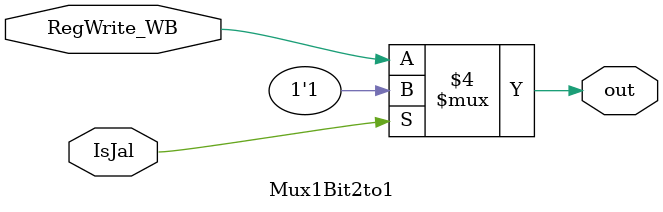
<source format=v>
`timescale 1ns / 1ps

module Mux1Bit2to1(IsJal, RegWrite_WB, out);
input IsJal, RegWrite_WB;
output reg out;

always @(*)begin
    if(IsJal == 1)begin
    out <= 1;
    end
    else begin
    out <= RegWrite_WB;
    end
end
endmodule

</source>
